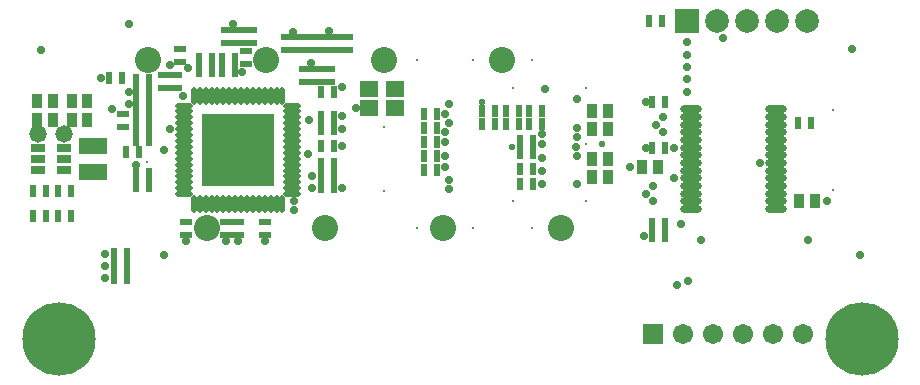
<source format=gbs>
G04*
G04 #@! TF.GenerationSoftware,Altium Limited,Altium Designer,22.8.2 (66)*
G04*
G04 Layer_Color=16711935*
%FSLAX44Y44*%
%MOMM*%
G71*
G04*
G04 #@! TF.SameCoordinates,69D5640E-4D3D-4872-97FD-B36DD4CC5FE0*
G04*
G04*
G04 #@! TF.FilePolarity,Negative*
G04*
G01*
G75*
%ADD23C,0.2032*%
%ADD24C,2.2032*%
%ADD25C,1.7032*%
%ADD26R,2.0032X2.0032*%
%ADD27C,2.0032*%
%ADD28R,1.7032X1.7032*%
%ADD29C,6.2032*%
%ADD30C,0.5532*%
%ADD31C,0.7032*%
%ADD32C,1.4732*%
%ADD67R,0.6032X1.0032*%
%ADD68R,1.0032X0.6032*%
%ADD69R,2.4232X1.4332*%
%ADD70R,0.9032X1.1532*%
%ADD71O,1.8532X0.6032*%
%ADD72O,0.4532X1.5032*%
%ADD73O,1.5032X0.4532*%
%ADD74R,6.2032X6.2032*%
%ADD75R,1.6032X1.4032*%
%ADD76R,1.2032X0.7532*%
D23*
X1099580Y830740D02*
D03*
Y926740D02*
D03*
X1115580Y949990D02*
D03*
X1065580D02*
D03*
X1018580D02*
D03*
X1161580Y926740D02*
D03*
Y878740D02*
D03*
Y830740D02*
D03*
X1115580Y807490D02*
D03*
X1065580D02*
D03*
X1018580D02*
D03*
X990580Y893190D02*
D03*
Y839190D02*
D03*
X789580Y864190D02*
D03*
X1370754Y907990D02*
D03*
Y839990D02*
D03*
D24*
X790580Y949990D02*
D03*
X890580D02*
D03*
X990580D02*
D03*
X1090580D02*
D03*
X1040580Y807490D02*
D03*
X1140580D02*
D03*
X940580D02*
D03*
X840580D02*
D03*
D25*
X1243970Y718180D02*
D03*
X1269370D02*
D03*
X1294770D02*
D03*
X1320170D02*
D03*
X1345570D02*
D03*
D26*
X1247140Y982980D02*
D03*
D27*
X1323340D02*
D03*
X1348740D02*
D03*
X1297940D02*
D03*
X1272540D02*
D03*
D28*
X1218570Y718180D02*
D03*
D29*
X1395010Y713740D02*
D03*
X715010D02*
D03*
D30*
X1073746Y914488D02*
D03*
X1099312Y876808D02*
D03*
X1174750Y878840D02*
D03*
D31*
X926084Y870458D02*
D03*
X780288Y861060D02*
D03*
X1153610Y884740D02*
D03*
X1153414Y876808D02*
D03*
X1127252Y925322D02*
D03*
X1124204Y887476D02*
D03*
Y856096D02*
D03*
X928370Y947674D02*
D03*
X943610Y974852D02*
D03*
X913130Y973582D02*
D03*
X862330Y980694D02*
D03*
X869950Y940308D02*
D03*
X824926Y943224D02*
D03*
X808990Y945642D02*
D03*
X760222Y908812D02*
D03*
X774446Y912876D02*
D03*
Y923036D02*
D03*
X751332Y934720D02*
D03*
X955040Y891540D02*
D03*
Y877570D02*
D03*
Y902335D02*
D03*
Y927100D02*
D03*
X1365250Y830580D02*
D03*
X1198880Y859536D02*
D03*
X1220470Y895350D02*
D03*
X1247140Y964946D02*
D03*
X1247648Y763016D02*
D03*
X1238250Y759460D02*
D03*
X1212088Y836930D02*
D03*
X927354Y899668D02*
D03*
X1124204Y844790D02*
D03*
Y878709D02*
D03*
Y867403D02*
D03*
X1153610Y892740D02*
D03*
Y844740D02*
D03*
Y868740D02*
D03*
X1045550Y896740D02*
D03*
Y912740D02*
D03*
Y848740D02*
D03*
Y840740D02*
D03*
X1042160Y868740D02*
D03*
Y880740D02*
D03*
Y889510D02*
D03*
Y904740D02*
D03*
Y859280D02*
D03*
X700182Y958850D02*
D03*
X1235710Y875890D02*
D03*
X1242060Y811530D02*
D03*
X914400Y822960D02*
D03*
Y830580D02*
D03*
X808990Y891540D02*
D03*
X1210570Y801110D02*
D03*
X820420Y919480D02*
D03*
X929640Y852170D02*
D03*
Y842010D02*
D03*
X1217930Y830390D02*
D03*
X1218040Y843390D02*
D03*
X754380Y786130D02*
D03*
Y775970D02*
D03*
Y765810D02*
D03*
X1212180Y875890D02*
D03*
Y914400D02*
D03*
X1393190Y784860D02*
D03*
X1247140Y944118D02*
D03*
Y933704D02*
D03*
Y923290D02*
D03*
Y954532D02*
D03*
X1235970Y849890D02*
D03*
X1226820Y901890D02*
D03*
X1153610Y916740D02*
D03*
X822960Y796890D02*
D03*
X803910Y873760D02*
D03*
X774700Y980440D02*
D03*
X1308660Y862890D02*
D03*
X1349170Y797990D02*
D03*
X1259170D02*
D03*
X1386410Y959490D02*
D03*
X955040Y842010D02*
D03*
X966470Y909320D02*
D03*
X889550Y796710D02*
D03*
X856940D02*
D03*
X867100D02*
D03*
X1226820Y889000D02*
D03*
X1277620Y969010D02*
D03*
X803910Y784860D02*
D03*
X889050Y896040D02*
D03*
X878050D02*
D03*
X867050D02*
D03*
X856050D02*
D03*
X845050D02*
D03*
X889050Y885040D02*
D03*
X878050D02*
D03*
X867050D02*
D03*
X856050D02*
D03*
X845050D02*
D03*
X889050Y874040D02*
D03*
X878050D02*
D03*
X867050D02*
D03*
X856050D02*
D03*
X845050D02*
D03*
X889050Y863040D02*
D03*
X878050D02*
D03*
X867050D02*
D03*
X856050D02*
D03*
X845050D02*
D03*
X889050Y852040D02*
D03*
X878050D02*
D03*
X867050D02*
D03*
X856050D02*
D03*
X845050D02*
D03*
D32*
X697230Y887290D02*
D03*
X719650D02*
D03*
D67*
X704000Y817880D02*
D03*
X693000D02*
D03*
X714590D02*
D03*
X725590D02*
D03*
X693000Y839470D02*
D03*
X704000D02*
D03*
X947840Y852170D02*
D03*
X936840D02*
D03*
X761580Y775970D02*
D03*
X772580D02*
D03*
X791630Y892810D02*
D03*
X780630D02*
D03*
X761580Y765810D02*
D03*
X772580D02*
D03*
X761580Y786130D02*
D03*
X772580D02*
D03*
X1225970Y982980D02*
D03*
X1214970D02*
D03*
X791630Y923290D02*
D03*
X780630D02*
D03*
X791630Y902970D02*
D03*
X780630D02*
D03*
X782740Y872490D02*
D03*
X771740D02*
D03*
X791630Y882650D02*
D03*
X780630D02*
D03*
X833970Y941070D02*
D03*
X844970D02*
D03*
X864020D02*
D03*
X853020D02*
D03*
X1228510Y801110D02*
D03*
X1217510D02*
D03*
X1024470Y856740D02*
D03*
X1035470D02*
D03*
X1024470Y892740D02*
D03*
X1035470D02*
D03*
X1024470Y868740D02*
D03*
X1035470D02*
D03*
X1024470Y880740D02*
D03*
X1035470D02*
D03*
X844970Y951230D02*
D03*
X833970D02*
D03*
X853020D02*
D03*
X864020D02*
D03*
X1105066Y895858D02*
D03*
X1094066D02*
D03*
X1105066Y907288D02*
D03*
X1094066D02*
D03*
X1024470Y904740D02*
D03*
X1035470D02*
D03*
X1228510Y811530D02*
D03*
X1217510D02*
D03*
X1341300Y896620D02*
D03*
X1352300D02*
D03*
X791630Y933450D02*
D03*
X780630D02*
D03*
Y843280D02*
D03*
X791630D02*
D03*
Y913130D02*
D03*
X780630D02*
D03*
X1105320Y871554D02*
D03*
X1116320D02*
D03*
X1105320Y881888D02*
D03*
X1116320D02*
D03*
X1228510Y914400D02*
D03*
X1217510D02*
D03*
X725590Y839470D02*
D03*
X714590D02*
D03*
X947840Y877570D02*
D03*
X936840D02*
D03*
X780630Y853440D02*
D03*
X791630D02*
D03*
X1073746Y907288D02*
D03*
X1084746D02*
D03*
X1073746Y895858D02*
D03*
X1084746D02*
D03*
X757770Y934720D02*
D03*
X768770D02*
D03*
X936840Y901700D02*
D03*
X947840D02*
D03*
X936840Y923290D02*
D03*
X947840D02*
D03*
X936840Y842220D02*
D03*
X947840D02*
D03*
X1228510Y875890D02*
D03*
X1217510D02*
D03*
X1116320Y844790D02*
D03*
X1105320D02*
D03*
X1116320Y858172D02*
D03*
X1105320D02*
D03*
X936840Y891540D02*
D03*
X947840D02*
D03*
X936840Y862330D02*
D03*
X947840D02*
D03*
X1124116Y895858D02*
D03*
X1113116D02*
D03*
X1124116Y907288D02*
D03*
X1113116D02*
D03*
D68*
X908050Y958220D02*
D03*
Y969220D02*
D03*
X769620Y893660D02*
D03*
Y904660D02*
D03*
X928370Y969220D02*
D03*
Y958220D02*
D03*
X877570Y964780D02*
D03*
Y975780D02*
D03*
X958850Y958220D02*
D03*
Y969220D02*
D03*
X943610Y931760D02*
D03*
Y942760D02*
D03*
X822960Y802220D02*
D03*
Y813220D02*
D03*
X918210Y969220D02*
D03*
Y958220D02*
D03*
X938530Y969220D02*
D03*
Y958220D02*
D03*
X948690Y969220D02*
D03*
Y958220D02*
D03*
X857250Y975780D02*
D03*
Y964780D02*
D03*
X867410Y975780D02*
D03*
Y964780D02*
D03*
X856940Y802040D02*
D03*
Y813040D02*
D03*
X867100Y802040D02*
D03*
Y813040D02*
D03*
X923290Y942760D02*
D03*
Y931760D02*
D03*
X933450Y942760D02*
D03*
Y931760D02*
D03*
X803910Y937680D02*
D03*
Y926680D02*
D03*
X814070Y937680D02*
D03*
Y926680D02*
D03*
X889550Y802040D02*
D03*
Y813040D02*
D03*
X817880Y948270D02*
D03*
Y959270D02*
D03*
X873760Y947000D02*
D03*
Y958000D02*
D03*
D69*
X744220Y876990D02*
D03*
Y855290D02*
D03*
D70*
X726290Y915670D02*
D03*
X739290D02*
D03*
X726290Y899160D02*
D03*
X739290D02*
D03*
X1355240Y830580D02*
D03*
X1342240D02*
D03*
X1179980Y866140D02*
D03*
X1166980D02*
D03*
X1179980Y891540D02*
D03*
X1166980D02*
D03*
X1222398Y859536D02*
D03*
X1209398D02*
D03*
X697080Y915670D02*
D03*
X710080D02*
D03*
X710080Y899160D02*
D03*
X697080D02*
D03*
X1179980Y906780D02*
D03*
X1166980D02*
D03*
X1179980Y850900D02*
D03*
X1166980D02*
D03*
D71*
X1322760Y875890D02*
D03*
Y862890D02*
D03*
Y830390D02*
D03*
X1250260Y908390D02*
D03*
Y901890D02*
D03*
Y875890D02*
D03*
Y869390D02*
D03*
Y862890D02*
D03*
Y856390D02*
D03*
Y849890D02*
D03*
Y823890D02*
D03*
X1322760Y882390D02*
D03*
Y888890D02*
D03*
Y908390D02*
D03*
Y823890D02*
D03*
Y869390D02*
D03*
Y856390D02*
D03*
Y849890D02*
D03*
Y895390D02*
D03*
X1250260Y888890D02*
D03*
X1322760Y836890D02*
D03*
Y843390D02*
D03*
X1250260D02*
D03*
X1322760Y901890D02*
D03*
X1250260Y895390D02*
D03*
Y836890D02*
D03*
Y882390D02*
D03*
Y830390D02*
D03*
D72*
X844550Y920040D02*
D03*
X849550D02*
D03*
X889550Y828040D02*
D03*
X884550D02*
D03*
X879550D02*
D03*
X874550D02*
D03*
X869550D02*
D03*
X864550D02*
D03*
X859550D02*
D03*
X854550D02*
D03*
X849550D02*
D03*
X844550D02*
D03*
X839550D02*
D03*
X834550D02*
D03*
X829550D02*
D03*
Y920040D02*
D03*
X839550D02*
D03*
X864550D02*
D03*
X869550D02*
D03*
X874550D02*
D03*
X879550D02*
D03*
X884550D02*
D03*
X889550D02*
D03*
X894550D02*
D03*
X899550D02*
D03*
X904550D02*
D03*
X859550D02*
D03*
X854550D02*
D03*
X834550D02*
D03*
X894550Y828040D02*
D03*
X904550D02*
D03*
X899550D02*
D03*
D73*
X913050Y911540D02*
D03*
Y906540D02*
D03*
Y901540D02*
D03*
Y896540D02*
D03*
Y891540D02*
D03*
Y886540D02*
D03*
Y881540D02*
D03*
Y876540D02*
D03*
Y866540D02*
D03*
Y856540D02*
D03*
Y846540D02*
D03*
Y841540D02*
D03*
Y836540D02*
D03*
X821050D02*
D03*
Y841540D02*
D03*
Y846540D02*
D03*
Y851540D02*
D03*
Y856540D02*
D03*
Y861540D02*
D03*
Y866540D02*
D03*
Y871540D02*
D03*
Y876540D02*
D03*
Y881540D02*
D03*
Y886540D02*
D03*
Y896540D02*
D03*
Y901540D02*
D03*
Y906540D02*
D03*
Y911540D02*
D03*
Y891540D02*
D03*
X913050Y851540D02*
D03*
Y861540D02*
D03*
Y871540D02*
D03*
D74*
X867050Y874040D02*
D03*
D75*
X977900Y909320D02*
D03*
Y925320D02*
D03*
X999900Y909320D02*
D03*
Y925320D02*
D03*
D76*
X719650Y856640D02*
D03*
Y866140D02*
D03*
Y875640D02*
D03*
X697670D02*
D03*
Y866140D02*
D03*
Y856640D02*
D03*
M02*

</source>
